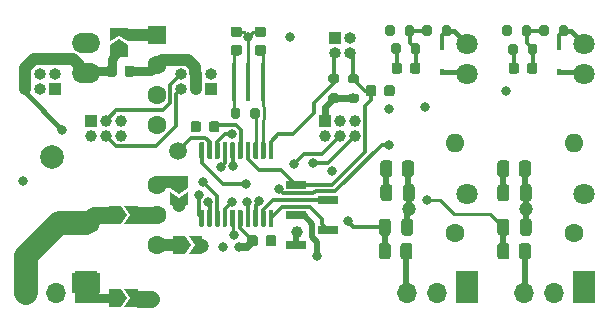
<source format=gbr>
%TF.GenerationSoftware,KiCad,Pcbnew,(5.1.10)-1*%
%TF.CreationDate,2022-01-17T02:07:02+07:00*%
%TF.ProjectId,Power_manager_v3,506f7765-725f-46d6-916e-616765725f76,rev?*%
%TF.SameCoordinates,Original*%
%TF.FileFunction,Copper,L1,Top*%
%TF.FilePolarity,Positive*%
%FSLAX46Y46*%
G04 Gerber Fmt 4.6, Leading zero omitted, Abs format (unit mm)*
G04 Created by KiCad (PCBNEW (5.1.10)-1) date 2022-01-17 02:07:02*
%MOMM*%
%LPD*%
G01*
G04 APERTURE LIST*
%TA.AperFunction,SMDPad,CuDef*%
%ADD10R,1.800000X0.650000*%
%TD*%
%TA.AperFunction,ComponentPad*%
%ADD11C,1.000000*%
%TD*%
%TA.AperFunction,ComponentPad*%
%ADD12R,1.000000X1.000000*%
%TD*%
%TA.AperFunction,ComponentPad*%
%ADD13C,1.600000*%
%TD*%
%TA.AperFunction,ComponentPad*%
%ADD14R,1.600000X1.600000*%
%TD*%
%TA.AperFunction,ComponentPad*%
%ADD15R,2.400000X1.700000*%
%TD*%
%TA.AperFunction,ComponentPad*%
%ADD16O,2.400000X1.700000*%
%TD*%
%TA.AperFunction,ComponentPad*%
%ADD17O,1.700000X1.700000*%
%TD*%
%TA.AperFunction,ComponentPad*%
%ADD18R,1.900000X2.700000*%
%TD*%
%TA.AperFunction,ComponentPad*%
%ADD19O,1.000000X1.000000*%
%TD*%
%TA.AperFunction,ComponentPad*%
%ADD20C,1.500000*%
%TD*%
%TA.AperFunction,ComponentPad*%
%ADD21O,1.600000X1.600000*%
%TD*%
%TA.AperFunction,SMDPad,CuDef*%
%ADD22R,0.400000X3.200000*%
%TD*%
%TA.AperFunction,ComponentPad*%
%ADD23C,2.000000*%
%TD*%
%TA.AperFunction,SMDPad,CuDef*%
%ADD24C,0.020000*%
%TD*%
%TA.AperFunction,ComponentPad*%
%ADD25C,1.800000*%
%TD*%
%TA.AperFunction,ComponentPad*%
%ADD26R,1.800000X1.800000*%
%TD*%
%TA.AperFunction,SMDPad,CuDef*%
%ADD27R,0.450000X0.600000*%
%TD*%
%TA.AperFunction,ViaPad*%
%ADD28C,0.800000*%
%TD*%
%TA.AperFunction,ViaPad*%
%ADD29C,1.200000*%
%TD*%
%TA.AperFunction,ViaPad*%
%ADD30C,1.000000*%
%TD*%
%TA.AperFunction,Conductor*%
%ADD31C,0.800000*%
%TD*%
%TA.AperFunction,Conductor*%
%ADD32C,1.000000*%
%TD*%
%TA.AperFunction,Conductor*%
%ADD33C,0.300000*%
%TD*%
%TA.AperFunction,Conductor*%
%ADD34C,0.500000*%
%TD*%
%TA.AperFunction,Conductor*%
%ADD35C,1.400000*%
%TD*%
%TA.AperFunction,Conductor*%
%ADD36C,0.250000*%
%TD*%
%TA.AperFunction,Conductor*%
%ADD37C,0.400000*%
%TD*%
%TA.AperFunction,Conductor*%
%ADD38C,0.600000*%
%TD*%
%TA.AperFunction,Conductor*%
%ADD39C,0.700000*%
%TD*%
%TA.AperFunction,Conductor*%
%ADD40C,2.000000*%
%TD*%
G04 APERTURE END LIST*
D10*
%TO.P,J5,5*%
%TO.N,/nRst*%
X99238000Y-89078000D03*
%TO.P,J5,3*%
%TO.N,GNDPWR*%
X99238000Y-91618000D03*
%TO.P,J5,1*%
%TO.N,+3.3VP*%
X99238000Y-94158000D03*
%TO.P,J5,4*%
%TO.N,/SWDIO*%
X101938000Y-90348000D03*
%TO.P,J5,2*%
%TO.N,/SWCLK*%
X101938000Y-92888000D03*
%TD*%
D11*
%TO.P,U7,B6*%
%TO.N,/Int*%
X104191000Y-84887000D03*
%TO.P,U7,B5*%
%TO.N,/+5V_valid*%
X104191000Y-83617000D03*
%TO.P,U7,B4*%
%TO.N,/I2C_SCL*%
X102921000Y-84887000D03*
%TO.P,U7,B3*%
%TO.N,/I2C_SDA*%
X102921000Y-83617000D03*
%TO.P,U7,B2*%
%TO.N,GNDPWR*%
X101651000Y-84887000D03*
D12*
%TO.P,U7,B1*%
%TO.N,+3.3VP*%
X101651000Y-83617000D03*
D11*
%TO.P,U7,A6*%
%TO.N,GND1*%
X84379000Y-84887000D03*
%TO.P,U7,A5*%
%TO.N,+5P*%
X84379000Y-83617000D03*
%TO.P,U7,A4*%
%TO.N,/scl0*%
X83109000Y-84887000D03*
%TO.P,U7,A3*%
%TO.N,/sda0*%
X83109000Y-83617000D03*
%TO.P,U7,A2*%
%TO.N,/I2C_Int*%
X81839000Y-84887000D03*
D12*
%TO.P,U7,A1*%
%TO.N,/+5V_state*%
X81839000Y-83617000D03*
%TD*%
D13*
%TO.P,U4,7*%
%TO.N,Net-(JP6-Pad1)*%
X87427000Y-94158000D03*
%TO.P,U4,6*%
%TO.N,GNDPWR*%
X87427000Y-91618000D03*
%TO.P,U4,5*%
%TO.N,Net-(JP5-Pad1)*%
X87436500Y-89078000D03*
%TO.P,U4,4*%
%TO.N,/+5V_state*%
X87427000Y-83998000D03*
%TO.P,U4,3*%
%TO.N,+5P*%
X87427000Y-81458000D03*
%TO.P,U4,2*%
%TO.N,GND1*%
X87427000Y-78918000D03*
D14*
%TO.P,U4,1*%
%TO.N,Net-(C6-Pad2)*%
X87427000Y-76378000D03*
%TD*%
D15*
%TO.P,U1,1*%
%TO.N,Net-(J1-Pad1)*%
X81458000Y-97333000D03*
D16*
%TO.P,U1,2*%
%TO.N,Net-(J1-Pad3)*%
X81458000Y-92253000D03*
%TO.P,U1,3*%
%TO.N,+5V*%
X81458000Y-79553000D03*
%TO.P,U1,4*%
%TO.N,GND1*%
X81458000Y-77013000D03*
%TD*%
D17*
%TO.P,J4,3*%
%TO.N,/Load2N*%
X118542000Y-98222000D03*
%TO.P,J4,2*%
%TO.N,N/C*%
X121082000Y-98222000D03*
D18*
%TO.P,J4,1*%
%TO.N,Net-(J4-Pad1)*%
X123622000Y-97714000D03*
%TD*%
D17*
%TO.P,J3,3*%
%TO.N,/Load1N*%
X108636000Y-98222000D03*
%TO.P,J3,2*%
%TO.N,N/C*%
X111176000Y-98222000D03*
D18*
%TO.P,J3,1*%
%TO.N,Net-(J3-Pad1)*%
X113716000Y-97714000D03*
%TD*%
D17*
%TO.P,J1,3*%
%TO.N,Net-(J1-Pad3)*%
X76378000Y-98222000D03*
%TO.P,J1,2*%
%TO.N,N/C*%
X78918000Y-98222000D03*
D18*
%TO.P,J1,1*%
%TO.N,Net-(J1-Pad1)*%
X81458000Y-97714000D03*
%TD*%
D19*
%TO.P,JP4,4*%
%TO.N,/nRst*%
X103810000Y-77902000D03*
%TO.P,JP4,3*%
%TO.N,GNDPWR*%
X103810000Y-76632000D03*
%TO.P,JP4,2*%
%TO.N,Net-(JP4-Pad2)*%
X102540000Y-77902000D03*
D12*
%TO.P,JP4,1*%
%TO.N,GNDPWR*%
X102540000Y-76632000D03*
%TD*%
D19*
%TO.P,J6,6*%
%TO.N,/sda0*%
X89459000Y-79680000D03*
%TO.P,J6,5*%
%TO.N,/scl0*%
X89459000Y-80950000D03*
%TO.P,J6,4*%
%TO.N,GND1*%
X90729000Y-79680000D03*
%TO.P,J6,3*%
X90729000Y-80950000D03*
%TO.P,J6,2*%
%TO.N,/I2C_Int*%
X91999000Y-79680000D03*
D12*
%TO.P,J6,1*%
%TO.N,/+5V_state*%
X91999000Y-80950000D03*
%TD*%
%TO.P,C17,2*%
%TO.N,Net-(C17-Pad2)*%
%TA.AperFunction,SMDPad,CuDef*%
G36*
G01*
X91829000Y-84375000D02*
X91829000Y-83875000D01*
G75*
G02*
X92054000Y-83650000I225000J0D01*
G01*
X92504000Y-83650000D01*
G75*
G02*
X92729000Y-83875000I0J-225000D01*
G01*
X92729000Y-84375000D01*
G75*
G02*
X92504000Y-84600000I-225000J0D01*
G01*
X92054000Y-84600000D01*
G75*
G02*
X91829000Y-84375000I0J225000D01*
G01*
G37*
%TD.AperFunction*%
%TO.P,C17,1*%
%TO.N,GNDPWR*%
%TA.AperFunction,SMDPad,CuDef*%
G36*
G01*
X90279000Y-84375000D02*
X90279000Y-83875000D01*
G75*
G02*
X90504000Y-83650000I225000J0D01*
G01*
X90954000Y-83650000D01*
G75*
G02*
X91179000Y-83875000I0J-225000D01*
G01*
X91179000Y-84375000D01*
G75*
G02*
X90954000Y-84600000I-225000J0D01*
G01*
X90504000Y-84600000D01*
G75*
G02*
X90279000Y-84375000I0J225000D01*
G01*
G37*
%TD.AperFunction*%
%TD*%
D20*
%TO.P,KP1,1*%
%TO.N,Net-(KP1-Pad1)*%
X89205000Y-86157000D03*
%TD*%
D21*
%TO.P,F1,2*%
%TO.N,Net-(F1-Pad2)*%
X112700000Y-85522000D03*
D13*
%TO.P,F1,1*%
%TO.N,AC*%
X112700000Y-93142000D03*
%TD*%
%TO.P,R25,2*%
%TO.N,/nRst*%
%TA.AperFunction,SMDPad,CuDef*%
G36*
G01*
X104339000Y-80462000D02*
X103789000Y-80462000D01*
G75*
G02*
X103589000Y-80262000I0J200000D01*
G01*
X103589000Y-79862000D01*
G75*
G02*
X103789000Y-79662000I200000J0D01*
G01*
X104339000Y-79662000D01*
G75*
G02*
X104539000Y-79862000I0J-200000D01*
G01*
X104539000Y-80262000D01*
G75*
G02*
X104339000Y-80462000I-200000J0D01*
G01*
G37*
%TD.AperFunction*%
%TO.P,R25,1*%
%TO.N,+3.3VP*%
%TA.AperFunction,SMDPad,CuDef*%
G36*
G01*
X104339000Y-82112000D02*
X103789000Y-82112000D01*
G75*
G02*
X103589000Y-81912000I0J200000D01*
G01*
X103589000Y-81512000D01*
G75*
G02*
X103789000Y-81312000I200000J0D01*
G01*
X104339000Y-81312000D01*
G75*
G02*
X104539000Y-81512000I0J-200000D01*
G01*
X104539000Y-81912000D01*
G75*
G02*
X104339000Y-82112000I-200000J0D01*
G01*
G37*
%TD.AperFunction*%
%TD*%
%TO.P,R23,2*%
%TO.N,+3.3VP*%
%TA.AperFunction,SMDPad,CuDef*%
G36*
G01*
X102138000Y-81311000D02*
X102688000Y-81311000D01*
G75*
G02*
X102888000Y-81511000I0J-200000D01*
G01*
X102888000Y-81911000D01*
G75*
G02*
X102688000Y-82111000I-200000J0D01*
G01*
X102138000Y-82111000D01*
G75*
G02*
X101938000Y-81911000I0J200000D01*
G01*
X101938000Y-81511000D01*
G75*
G02*
X102138000Y-81311000I200000J0D01*
G01*
G37*
%TD.AperFunction*%
%TO.P,R23,1*%
%TO.N,Net-(JP4-Pad2)*%
%TA.AperFunction,SMDPad,CuDef*%
G36*
G01*
X102138000Y-79661000D02*
X102688000Y-79661000D01*
G75*
G02*
X102888000Y-79861000I0J-200000D01*
G01*
X102888000Y-80261000D01*
G75*
G02*
X102688000Y-80461000I-200000J0D01*
G01*
X102138000Y-80461000D01*
G75*
G02*
X101938000Y-80261000I0J200000D01*
G01*
X101938000Y-79861000D01*
G75*
G02*
X102138000Y-79661000I200000J0D01*
G01*
G37*
%TD.AperFunction*%
%TD*%
%TO.P,C15,2*%
%TO.N,GNDPWR*%
%TA.AperFunction,SMDPad,CuDef*%
G36*
G01*
X96642000Y-94027000D02*
X96642000Y-93527000D01*
G75*
G02*
X96867000Y-93302000I225000J0D01*
G01*
X97317000Y-93302000D01*
G75*
G02*
X97542000Y-93527000I0J-225000D01*
G01*
X97542000Y-94027000D01*
G75*
G02*
X97317000Y-94252000I-225000J0D01*
G01*
X96867000Y-94252000D01*
G75*
G02*
X96642000Y-94027000I0J225000D01*
G01*
G37*
%TD.AperFunction*%
%TO.P,C15,1*%
%TO.N,+3.3VP*%
%TA.AperFunction,SMDPad,CuDef*%
G36*
G01*
X95092000Y-94027000D02*
X95092000Y-93527000D01*
G75*
G02*
X95317000Y-93302000I225000J0D01*
G01*
X95767000Y-93302000D01*
G75*
G02*
X95992000Y-93527000I0J-225000D01*
G01*
X95992000Y-94027000D01*
G75*
G02*
X95767000Y-94252000I-225000J0D01*
G01*
X95317000Y-94252000D01*
G75*
G02*
X95092000Y-94027000I0J225000D01*
G01*
G37*
%TD.AperFunction*%
%TD*%
%TO.P,C7,2*%
%TO.N,GNDPWR*%
%TA.AperFunction,SMDPad,CuDef*%
G36*
G01*
X106662000Y-81327000D02*
X106662000Y-80827000D01*
G75*
G02*
X106887000Y-80602000I225000J0D01*
G01*
X107337000Y-80602000D01*
G75*
G02*
X107562000Y-80827000I0J-225000D01*
G01*
X107562000Y-81327000D01*
G75*
G02*
X107337000Y-81552000I-225000J0D01*
G01*
X106887000Y-81552000D01*
G75*
G02*
X106662000Y-81327000I0J225000D01*
G01*
G37*
%TD.AperFunction*%
%TO.P,C7,1*%
%TO.N,/nRst*%
%TA.AperFunction,SMDPad,CuDef*%
G36*
G01*
X105112000Y-81327000D02*
X105112000Y-80827000D01*
G75*
G02*
X105337000Y-80602000I225000J0D01*
G01*
X105787000Y-80602000D01*
G75*
G02*
X106012000Y-80827000I0J-225000D01*
G01*
X106012000Y-81327000D01*
G75*
G02*
X105787000Y-81552000I-225000J0D01*
G01*
X105337000Y-81552000D01*
G75*
G02*
X105112000Y-81327000I0J225000D01*
G01*
G37*
%TD.AperFunction*%
%TD*%
D22*
%TO.P,Y1,3*%
%TO.N,Net-(C5-Pad1)*%
X93974000Y-80315000D03*
%TO.P,Y1,2*%
%TO.N,GNDPWR*%
X95174000Y-80315000D03*
%TO.P,Y1,1*%
%TO.N,Net-(C4-Pad1)*%
X96374000Y-80315000D03*
%TD*%
%TO.P,U5,20*%
%TO.N,/SWCLK*%
%TA.AperFunction,SMDPad,CuDef*%
G36*
G01*
X96987000Y-91134500D02*
X97187000Y-91134500D01*
G75*
G02*
X97287000Y-91234500I0J-100000D01*
G01*
X97287000Y-92509500D01*
G75*
G02*
X97187000Y-92609500I-100000J0D01*
G01*
X96987000Y-92609500D01*
G75*
G02*
X96887000Y-92509500I0J100000D01*
G01*
X96887000Y-91234500D01*
G75*
G02*
X96987000Y-91134500I100000J0D01*
G01*
G37*
%TD.AperFunction*%
%TO.P,U5,19*%
%TO.N,/SWDIO*%
%TA.AperFunction,SMDPad,CuDef*%
G36*
G01*
X96337000Y-91134500D02*
X96537000Y-91134500D01*
G75*
G02*
X96637000Y-91234500I0J-100000D01*
G01*
X96637000Y-92509500D01*
G75*
G02*
X96537000Y-92609500I-100000J0D01*
G01*
X96337000Y-92609500D01*
G75*
G02*
X96237000Y-92509500I0J100000D01*
G01*
X96237000Y-91234500D01*
G75*
G02*
X96337000Y-91134500I100000J0D01*
G01*
G37*
%TD.AperFunction*%
%TO.P,U5,18*%
%TO.N,/I2C_SDA*%
%TA.AperFunction,SMDPad,CuDef*%
G36*
G01*
X95687000Y-91134500D02*
X95887000Y-91134500D01*
G75*
G02*
X95987000Y-91234500I0J-100000D01*
G01*
X95987000Y-92509500D01*
G75*
G02*
X95887000Y-92609500I-100000J0D01*
G01*
X95687000Y-92609500D01*
G75*
G02*
X95587000Y-92509500I0J100000D01*
G01*
X95587000Y-91234500D01*
G75*
G02*
X95687000Y-91134500I100000J0D01*
G01*
G37*
%TD.AperFunction*%
%TO.P,U5,17*%
%TO.N,/I2C_SCL*%
%TA.AperFunction,SMDPad,CuDef*%
G36*
G01*
X95037000Y-91134500D02*
X95237000Y-91134500D01*
G75*
G02*
X95337000Y-91234500I0J-100000D01*
G01*
X95337000Y-92509500D01*
G75*
G02*
X95237000Y-92609500I-100000J0D01*
G01*
X95037000Y-92609500D01*
G75*
G02*
X94937000Y-92509500I0J100000D01*
G01*
X94937000Y-91234500D01*
G75*
G02*
X95037000Y-91134500I100000J0D01*
G01*
G37*
%TD.AperFunction*%
%TO.P,U5,16*%
%TO.N,+3.3VP*%
%TA.AperFunction,SMDPad,CuDef*%
G36*
G01*
X94387000Y-91134500D02*
X94587000Y-91134500D01*
G75*
G02*
X94687000Y-91234500I0J-100000D01*
G01*
X94687000Y-92509500D01*
G75*
G02*
X94587000Y-92609500I-100000J0D01*
G01*
X94387000Y-92609500D01*
G75*
G02*
X94287000Y-92509500I0J100000D01*
G01*
X94287000Y-91234500D01*
G75*
G02*
X94387000Y-91134500I100000J0D01*
G01*
G37*
%TD.AperFunction*%
%TO.P,U5,15*%
%TO.N,GNDPWR*%
%TA.AperFunction,SMDPad,CuDef*%
G36*
G01*
X93737000Y-91134500D02*
X93937000Y-91134500D01*
G75*
G02*
X94037000Y-91234500I0J-100000D01*
G01*
X94037000Y-92509500D01*
G75*
G02*
X93937000Y-92609500I-100000J0D01*
G01*
X93737000Y-92609500D01*
G75*
G02*
X93637000Y-92509500I0J100000D01*
G01*
X93637000Y-91234500D01*
G75*
G02*
X93737000Y-91134500I100000J0D01*
G01*
G37*
%TD.AperFunction*%
%TO.P,U5,14*%
%TO.N,/+5V_valid*%
%TA.AperFunction,SMDPad,CuDef*%
G36*
G01*
X93087000Y-91134500D02*
X93287000Y-91134500D01*
G75*
G02*
X93387000Y-91234500I0J-100000D01*
G01*
X93387000Y-92509500D01*
G75*
G02*
X93287000Y-92609500I-100000J0D01*
G01*
X93087000Y-92609500D01*
G75*
G02*
X92987000Y-92509500I0J100000D01*
G01*
X92987000Y-91234500D01*
G75*
G02*
X93087000Y-91134500I100000J0D01*
G01*
G37*
%TD.AperFunction*%
%TO.P,U5,13*%
%TO.N,/SPI_MOSI*%
%TA.AperFunction,SMDPad,CuDef*%
G36*
G01*
X92437000Y-91134500D02*
X92637000Y-91134500D01*
G75*
G02*
X92737000Y-91234500I0J-100000D01*
G01*
X92737000Y-92509500D01*
G75*
G02*
X92637000Y-92609500I-100000J0D01*
G01*
X92437000Y-92609500D01*
G75*
G02*
X92337000Y-92509500I0J100000D01*
G01*
X92337000Y-91234500D01*
G75*
G02*
X92437000Y-91134500I100000J0D01*
G01*
G37*
%TD.AperFunction*%
%TO.P,U5,12*%
%TO.N,/SPI_MISO*%
%TA.AperFunction,SMDPad,CuDef*%
G36*
G01*
X91787000Y-91134500D02*
X91987000Y-91134500D01*
G75*
G02*
X92087000Y-91234500I0J-100000D01*
G01*
X92087000Y-92509500D01*
G75*
G02*
X91987000Y-92609500I-100000J0D01*
G01*
X91787000Y-92609500D01*
G75*
G02*
X91687000Y-92509500I0J100000D01*
G01*
X91687000Y-91234500D01*
G75*
G02*
X91787000Y-91134500I100000J0D01*
G01*
G37*
%TD.AperFunction*%
%TO.P,U5,11*%
%TO.N,/SPI_SCLK*%
%TA.AperFunction,SMDPad,CuDef*%
G36*
G01*
X91137000Y-91134500D02*
X91337000Y-91134500D01*
G75*
G02*
X91437000Y-91234500I0J-100000D01*
G01*
X91437000Y-92509500D01*
G75*
G02*
X91337000Y-92609500I-100000J0D01*
G01*
X91137000Y-92609500D01*
G75*
G02*
X91037000Y-92509500I0J100000D01*
G01*
X91037000Y-91234500D01*
G75*
G02*
X91137000Y-91134500I100000J0D01*
G01*
G37*
%TD.AperFunction*%
%TO.P,U5,10*%
%TO.N,/SPI_SSEL*%
%TA.AperFunction,SMDPad,CuDef*%
G36*
G01*
X91137000Y-85409500D02*
X91337000Y-85409500D01*
G75*
G02*
X91437000Y-85509500I0J-100000D01*
G01*
X91437000Y-86784500D01*
G75*
G02*
X91337000Y-86884500I-100000J0D01*
G01*
X91137000Y-86884500D01*
G75*
G02*
X91037000Y-86784500I0J100000D01*
G01*
X91037000Y-85509500D01*
G75*
G02*
X91137000Y-85409500I100000J0D01*
G01*
G37*
%TD.AperFunction*%
%TO.P,U5,9*%
%TO.N,Net-(KP1-Pad1)*%
%TA.AperFunction,SMDPad,CuDef*%
G36*
G01*
X91787000Y-85409500D02*
X91987000Y-85409500D01*
G75*
G02*
X92087000Y-85509500I0J-100000D01*
G01*
X92087000Y-86784500D01*
G75*
G02*
X91987000Y-86884500I-100000J0D01*
G01*
X91787000Y-86884500D01*
G75*
G02*
X91687000Y-86784500I0J100000D01*
G01*
X91687000Y-85509500D01*
G75*
G02*
X91787000Y-85409500I100000J0D01*
G01*
G37*
%TD.AperFunction*%
%TO.P,U5,8*%
%TO.N,/L1_o2_nEn*%
%TA.AperFunction,SMDPad,CuDef*%
G36*
G01*
X92437000Y-85409500D02*
X92637000Y-85409500D01*
G75*
G02*
X92737000Y-85509500I0J-100000D01*
G01*
X92737000Y-86784500D01*
G75*
G02*
X92637000Y-86884500I-100000J0D01*
G01*
X92437000Y-86884500D01*
G75*
G02*
X92337000Y-86784500I0J100000D01*
G01*
X92337000Y-85509500D01*
G75*
G02*
X92437000Y-85409500I100000J0D01*
G01*
G37*
%TD.AperFunction*%
%TO.P,U5,7*%
%TO.N,/L1_o1_nEn*%
%TA.AperFunction,SMDPad,CuDef*%
G36*
G01*
X93087000Y-85409500D02*
X93287000Y-85409500D01*
G75*
G02*
X93387000Y-85509500I0J-100000D01*
G01*
X93387000Y-86784500D01*
G75*
G02*
X93287000Y-86884500I-100000J0D01*
G01*
X93087000Y-86884500D01*
G75*
G02*
X92987000Y-86784500I0J100000D01*
G01*
X92987000Y-85509500D01*
G75*
G02*
X93087000Y-85409500I100000J0D01*
G01*
G37*
%TD.AperFunction*%
%TO.P,U5,6*%
%TO.N,/Int*%
%TA.AperFunction,SMDPad,CuDef*%
G36*
G01*
X93737000Y-85409500D02*
X93937000Y-85409500D01*
G75*
G02*
X94037000Y-85509500I0J-100000D01*
G01*
X94037000Y-86784500D01*
G75*
G02*
X93937000Y-86884500I-100000J0D01*
G01*
X93737000Y-86884500D01*
G75*
G02*
X93637000Y-86784500I0J100000D01*
G01*
X93637000Y-85509500D01*
G75*
G02*
X93737000Y-85409500I100000J0D01*
G01*
G37*
%TD.AperFunction*%
%TO.P,U5,5*%
%TO.N,Net-(C17-Pad2)*%
%TA.AperFunction,SMDPad,CuDef*%
G36*
G01*
X94387000Y-85409500D02*
X94587000Y-85409500D01*
G75*
G02*
X94687000Y-85509500I0J-100000D01*
G01*
X94687000Y-86784500D01*
G75*
G02*
X94587000Y-86884500I-100000J0D01*
G01*
X94387000Y-86884500D01*
G75*
G02*
X94287000Y-86784500I0J100000D01*
G01*
X94287000Y-85509500D01*
G75*
G02*
X94387000Y-85409500I100000J0D01*
G01*
G37*
%TD.AperFunction*%
%TO.P,U5,4*%
%TO.N,/nRst*%
%TA.AperFunction,SMDPad,CuDef*%
G36*
G01*
X95037000Y-85409500D02*
X95237000Y-85409500D01*
G75*
G02*
X95337000Y-85509500I0J-100000D01*
G01*
X95337000Y-86784500D01*
G75*
G02*
X95237000Y-86884500I-100000J0D01*
G01*
X95037000Y-86884500D01*
G75*
G02*
X94937000Y-86784500I0J100000D01*
G01*
X94937000Y-85509500D01*
G75*
G02*
X95037000Y-85409500I100000J0D01*
G01*
G37*
%TD.AperFunction*%
%TO.P,U5,3*%
%TO.N,Net-(R24-Pad2)*%
%TA.AperFunction,SMDPad,CuDef*%
G36*
G01*
X95687000Y-85409500D02*
X95887000Y-85409500D01*
G75*
G02*
X95987000Y-85509500I0J-100000D01*
G01*
X95987000Y-86784500D01*
G75*
G02*
X95887000Y-86884500I-100000J0D01*
G01*
X95687000Y-86884500D01*
G75*
G02*
X95587000Y-86784500I0J100000D01*
G01*
X95587000Y-85509500D01*
G75*
G02*
X95687000Y-85409500I100000J0D01*
G01*
G37*
%TD.AperFunction*%
%TO.P,U5,2*%
%TO.N,Net-(C4-Pad1)*%
%TA.AperFunction,SMDPad,CuDef*%
G36*
G01*
X96337000Y-85409500D02*
X96537000Y-85409500D01*
G75*
G02*
X96637000Y-85509500I0J-100000D01*
G01*
X96637000Y-86784500D01*
G75*
G02*
X96537000Y-86884500I-100000J0D01*
G01*
X96337000Y-86884500D01*
G75*
G02*
X96237000Y-86784500I0J100000D01*
G01*
X96237000Y-85509500D01*
G75*
G02*
X96337000Y-85409500I100000J0D01*
G01*
G37*
%TD.AperFunction*%
%TO.P,U5,1*%
%TO.N,Net-(JP4-Pad2)*%
%TA.AperFunction,SMDPad,CuDef*%
G36*
G01*
X96987000Y-85409500D02*
X97187000Y-85409500D01*
G75*
G02*
X97287000Y-85509500I0J-100000D01*
G01*
X97287000Y-86784500D01*
G75*
G02*
X97187000Y-86884500I-100000J0D01*
G01*
X96987000Y-86884500D01*
G75*
G02*
X96887000Y-86784500I0J100000D01*
G01*
X96887000Y-85509500D01*
G75*
G02*
X96987000Y-85409500I100000J0D01*
G01*
G37*
%TD.AperFunction*%
%TD*%
%TO.P,R24,2*%
%TO.N,Net-(R24-Pad2)*%
%TA.AperFunction,SMDPad,CuDef*%
G36*
G01*
X95345000Y-83257000D02*
X95345000Y-82707000D01*
G75*
G02*
X95545000Y-82507000I200000J0D01*
G01*
X95945000Y-82507000D01*
G75*
G02*
X96145000Y-82707000I0J-200000D01*
G01*
X96145000Y-83257000D01*
G75*
G02*
X95945000Y-83457000I-200000J0D01*
G01*
X95545000Y-83457000D01*
G75*
G02*
X95345000Y-83257000I0J200000D01*
G01*
G37*
%TD.AperFunction*%
%TO.P,R24,1*%
%TO.N,Net-(C5-Pad1)*%
%TA.AperFunction,SMDPad,CuDef*%
G36*
G01*
X93695000Y-83257000D02*
X93695000Y-82707000D01*
G75*
G02*
X93895000Y-82507000I200000J0D01*
G01*
X94295000Y-82507000D01*
G75*
G02*
X94495000Y-82707000I0J-200000D01*
G01*
X94495000Y-83257000D01*
G75*
G02*
X94295000Y-83457000I-200000J0D01*
G01*
X93895000Y-83457000D01*
G75*
G02*
X93695000Y-83257000I0J200000D01*
G01*
G37*
%TD.AperFunction*%
%TD*%
%TO.P,C5,2*%
%TO.N,GNDPWR*%
%TA.AperFunction,SMDPad,CuDef*%
G36*
G01*
X94408000Y-76548000D02*
X93908000Y-76548000D01*
G75*
G02*
X93683000Y-76323000I0J225000D01*
G01*
X93683000Y-75873000D01*
G75*
G02*
X93908000Y-75648000I225000J0D01*
G01*
X94408000Y-75648000D01*
G75*
G02*
X94633000Y-75873000I0J-225000D01*
G01*
X94633000Y-76323000D01*
G75*
G02*
X94408000Y-76548000I-225000J0D01*
G01*
G37*
%TD.AperFunction*%
%TO.P,C5,1*%
%TO.N,Net-(C5-Pad1)*%
%TA.AperFunction,SMDPad,CuDef*%
G36*
G01*
X94408000Y-78098000D02*
X93908000Y-78098000D01*
G75*
G02*
X93683000Y-77873000I0J225000D01*
G01*
X93683000Y-77423000D01*
G75*
G02*
X93908000Y-77198000I225000J0D01*
G01*
X94408000Y-77198000D01*
G75*
G02*
X94633000Y-77423000I0J-225000D01*
G01*
X94633000Y-77873000D01*
G75*
G02*
X94408000Y-78098000I-225000J0D01*
G01*
G37*
%TD.AperFunction*%
%TD*%
%TO.P,C4,2*%
%TO.N,GNDPWR*%
%TA.AperFunction,SMDPad,CuDef*%
G36*
G01*
X96440000Y-76548000D02*
X95940000Y-76548000D01*
G75*
G02*
X95715000Y-76323000I0J225000D01*
G01*
X95715000Y-75873000D01*
G75*
G02*
X95940000Y-75648000I225000J0D01*
G01*
X96440000Y-75648000D01*
G75*
G02*
X96665000Y-75873000I0J-225000D01*
G01*
X96665000Y-76323000D01*
G75*
G02*
X96440000Y-76548000I-225000J0D01*
G01*
G37*
%TD.AperFunction*%
%TO.P,C4,1*%
%TO.N,Net-(C4-Pad1)*%
%TA.AperFunction,SMDPad,CuDef*%
G36*
G01*
X96440000Y-78098000D02*
X95940000Y-78098000D01*
G75*
G02*
X95715000Y-77873000I0J225000D01*
G01*
X95715000Y-77423000D01*
G75*
G02*
X95940000Y-77198000I225000J0D01*
G01*
X96440000Y-77198000D01*
G75*
G02*
X96665000Y-77423000I0J-225000D01*
G01*
X96665000Y-77873000D01*
G75*
G02*
X96440000Y-78098000I-225000J0D01*
G01*
G37*
%TD.AperFunction*%
%TD*%
D23*
%TO.P,GND1,1*%
%TO.N,GND1*%
X78537000Y-86665000D03*
%TD*%
%TA.AperFunction,SMDPad,CuDef*%
D24*
%TO.P,JP6,1*%
%TO.N,Net-(JP6-Pad1)*%
G36*
X90332000Y-94158000D02*
G01*
X89832000Y-94908000D01*
X88832000Y-94908000D01*
X88832000Y-93408000D01*
X89832000Y-93408000D01*
X90332000Y-94158000D01*
G37*
%TD.AperFunction*%
%TA.AperFunction,SMDPad,CuDef*%
%TO.P,JP6,2*%
%TO.N,+3.3VP*%
G36*
X91282000Y-94908000D02*
G01*
X90132000Y-94908000D01*
X90632000Y-94158000D01*
X90132000Y-93408000D01*
X91282000Y-93408000D01*
X91282000Y-94908000D01*
G37*
%TD.AperFunction*%
%TD*%
%TA.AperFunction,SMDPad,CuDef*%
%TO.P,JP5,1*%
%TO.N,Net-(JP5-Pad1)*%
G36*
X89332000Y-89824000D02*
G01*
X88582000Y-89324000D01*
X88582000Y-88324000D01*
X90082000Y-88324000D01*
X90082000Y-89324000D01*
X89332000Y-89824000D01*
G37*
%TD.AperFunction*%
%TA.AperFunction,SMDPad,CuDef*%
%TO.P,JP5,2*%
%TO.N,+5VP*%
G36*
X88582000Y-90774000D02*
G01*
X88582000Y-89624000D01*
X89332000Y-90124000D01*
X90082000Y-89624000D01*
X90082000Y-90774000D01*
X88582000Y-90774000D01*
G37*
%TD.AperFunction*%
%TD*%
%TA.AperFunction,SMDPad,CuDef*%
%TO.P,JP3,1*%
%TO.N,+5V*%
G36*
X84252000Y-76701000D02*
G01*
X85002000Y-77201000D01*
X85002000Y-78201000D01*
X83502000Y-78201000D01*
X83502000Y-77201000D01*
X84252000Y-76701000D01*
G37*
%TD.AperFunction*%
%TA.AperFunction,SMDPad,CuDef*%
%TO.P,JP3,2*%
%TO.N,Net-(C6-Pad2)*%
G36*
X85002000Y-75751000D02*
G01*
X85002000Y-76901000D01*
X84252000Y-76401000D01*
X83502000Y-76901000D01*
X83502000Y-75751000D01*
X85002000Y-75751000D01*
G37*
%TD.AperFunction*%
%TD*%
%TA.AperFunction,SMDPad,CuDef*%
%TO.P,JP2,1*%
%TO.N,Net-(J1-Pad3)*%
G36*
X84871000Y-91618000D02*
G01*
X84371000Y-92368000D01*
X83371000Y-92368000D01*
X83371000Y-90868000D01*
X84371000Y-90868000D01*
X84871000Y-91618000D01*
G37*
%TD.AperFunction*%
%TA.AperFunction,SMDPad,CuDef*%
%TO.P,JP2,2*%
%TO.N,GNDPWR*%
G36*
X85821000Y-92368000D02*
G01*
X84671000Y-92368000D01*
X85171000Y-91618000D01*
X84671000Y-90868000D01*
X85821000Y-90868000D01*
X85821000Y-92368000D01*
G37*
%TD.AperFunction*%
%TD*%
D25*
%TO.P,U2,4*%
%TO.N,Net-(D3-Pad2)*%
X113716000Y-77140000D03*
%TO.P,U2,3*%
%TO.N,+5VP*%
X113716000Y-79680000D03*
%TO.P,U2,2*%
%TO.N,Net-(F1-Pad2)*%
X113716000Y-89840000D03*
D26*
%TO.P,U2,1*%
%TO.N,Net-(J3-Pad1)*%
X113716000Y-97460000D03*
%TD*%
%TO.P,R21,2*%
%TO.N,Net-(C12-Pad1)*%
%TA.AperFunction,SMDPad,CuDef*%
G36*
G01*
X117276500Y-87230999D02*
X117276500Y-88131001D01*
G75*
G02*
X117026501Y-88381000I-249999J0D01*
G01*
X116501499Y-88381000D01*
G75*
G02*
X116251500Y-88131001I0J249999D01*
G01*
X116251500Y-87230999D01*
G75*
G02*
X116501499Y-86981000I249999J0D01*
G01*
X117026501Y-86981000D01*
G75*
G02*
X117276500Y-87230999I0J-249999D01*
G01*
G37*
%TD.AperFunction*%
%TO.P,R21,1*%
%TO.N,GNDPWR*%
%TA.AperFunction,SMDPad,CuDef*%
G36*
G01*
X119101500Y-87230999D02*
X119101500Y-88131001D01*
G75*
G02*
X118851501Y-88381000I-249999J0D01*
G01*
X118326499Y-88381000D01*
G75*
G02*
X118076500Y-88131001I0J249999D01*
G01*
X118076500Y-87230999D01*
G75*
G02*
X118326499Y-86981000I249999J0D01*
G01*
X118851501Y-86981000D01*
G75*
G02*
X119101500Y-87230999I0J-249999D01*
G01*
G37*
%TD.AperFunction*%
%TD*%
%TO.P,R20,1*%
%TO.N,/Load2N*%
%TA.AperFunction,SMDPad,CuDef*%
G36*
G01*
X119101500Y-94215999D02*
X119101500Y-95116001D01*
G75*
G02*
X118851501Y-95366000I-249999J0D01*
G01*
X118326499Y-95366000D01*
G75*
G02*
X118076500Y-95116001I0J249999D01*
G01*
X118076500Y-94215999D01*
G75*
G02*
X118326499Y-93966000I249999J0D01*
G01*
X118851501Y-93966000D01*
G75*
G02*
X119101500Y-94215999I0J-249999D01*
G01*
G37*
%TD.AperFunction*%
%TO.P,R20,2*%
%TO.N,Net-(C11-Pad2)*%
%TA.AperFunction,SMDPad,CuDef*%
G36*
G01*
X117276500Y-94215999D02*
X117276500Y-95116001D01*
G75*
G02*
X117026501Y-95366000I-249999J0D01*
G01*
X116501499Y-95366000D01*
G75*
G02*
X116251500Y-95116001I0J249999D01*
G01*
X116251500Y-94215999D01*
G75*
G02*
X116501499Y-93966000I249999J0D01*
G01*
X117026501Y-93966000D01*
G75*
G02*
X117276500Y-94215999I0J-249999D01*
G01*
G37*
%TD.AperFunction*%
%TD*%
%TO.P,R19,2*%
%TO.N,Net-(C10-Pad1)*%
%TA.AperFunction,SMDPad,CuDef*%
G36*
G01*
X107370500Y-87230999D02*
X107370500Y-88131001D01*
G75*
G02*
X107120501Y-88381000I-249999J0D01*
G01*
X106595499Y-88381000D01*
G75*
G02*
X106345500Y-88131001I0J249999D01*
G01*
X106345500Y-87230999D01*
G75*
G02*
X106595499Y-86981000I249999J0D01*
G01*
X107120501Y-86981000D01*
G75*
G02*
X107370500Y-87230999I0J-249999D01*
G01*
G37*
%TD.AperFunction*%
%TO.P,R19,1*%
%TO.N,GNDPWR*%
%TA.AperFunction,SMDPad,CuDef*%
G36*
G01*
X109195500Y-87230999D02*
X109195500Y-88131001D01*
G75*
G02*
X108945501Y-88381000I-249999J0D01*
G01*
X108420499Y-88381000D01*
G75*
G02*
X108170500Y-88131001I0J249999D01*
G01*
X108170500Y-87230999D01*
G75*
G02*
X108420499Y-86981000I249999J0D01*
G01*
X108945501Y-86981000D01*
G75*
G02*
X109195500Y-87230999I0J-249999D01*
G01*
G37*
%TD.AperFunction*%
%TD*%
%TO.P,R18,2*%
%TO.N,Net-(C9-Pad2)*%
%TA.AperFunction,SMDPad,CuDef*%
G36*
G01*
X107243500Y-94215999D02*
X107243500Y-95116001D01*
G75*
G02*
X106993501Y-95366000I-249999J0D01*
G01*
X106468499Y-95366000D01*
G75*
G02*
X106218500Y-95116001I0J249999D01*
G01*
X106218500Y-94215999D01*
G75*
G02*
X106468499Y-93966000I249999J0D01*
G01*
X106993501Y-93966000D01*
G75*
G02*
X107243500Y-94215999I0J-249999D01*
G01*
G37*
%TD.AperFunction*%
%TO.P,R18,1*%
%TO.N,/Load1N*%
%TA.AperFunction,SMDPad,CuDef*%
G36*
G01*
X109068500Y-94215999D02*
X109068500Y-95116001D01*
G75*
G02*
X108818501Y-95366000I-249999J0D01*
G01*
X108293499Y-95366000D01*
G75*
G02*
X108043500Y-95116001I0J249999D01*
G01*
X108043500Y-94215999D01*
G75*
G02*
X108293499Y-93966000I249999J0D01*
G01*
X108818501Y-93966000D01*
G75*
G02*
X109068500Y-94215999I0J-249999D01*
G01*
G37*
%TD.AperFunction*%
%TD*%
%TO.P,C12,2*%
%TO.N,GNDPWR*%
%TA.AperFunction,SMDPad,CuDef*%
G36*
G01*
X118164000Y-90188000D02*
X118164000Y-89238000D01*
G75*
G02*
X118414000Y-88988000I250000J0D01*
G01*
X118914000Y-88988000D01*
G75*
G02*
X119164000Y-89238000I0J-250000D01*
G01*
X119164000Y-90188000D01*
G75*
G02*
X118914000Y-90438000I-250000J0D01*
G01*
X118414000Y-90438000D01*
G75*
G02*
X118164000Y-90188000I0J250000D01*
G01*
G37*
%TD.AperFunction*%
%TO.P,C12,1*%
%TO.N,Net-(C12-Pad1)*%
%TA.AperFunction,SMDPad,CuDef*%
G36*
G01*
X116264000Y-90188000D02*
X116264000Y-89238000D01*
G75*
G02*
X116514000Y-88988000I250000J0D01*
G01*
X117014000Y-88988000D01*
G75*
G02*
X117264000Y-89238000I0J-250000D01*
G01*
X117264000Y-90188000D01*
G75*
G02*
X117014000Y-90438000I-250000J0D01*
G01*
X116514000Y-90438000D01*
G75*
G02*
X116264000Y-90188000I0J250000D01*
G01*
G37*
%TD.AperFunction*%
%TD*%
%TO.P,C11,2*%
%TO.N,Net-(C11-Pad2)*%
%TA.AperFunction,SMDPad,CuDef*%
G36*
G01*
X117269000Y-92159000D02*
X117269000Y-93109000D01*
G75*
G02*
X117019000Y-93359000I-250000J0D01*
G01*
X116519000Y-93359000D01*
G75*
G02*
X116269000Y-93109000I0J250000D01*
G01*
X116269000Y-92159000D01*
G75*
G02*
X116519000Y-91909000I250000J0D01*
G01*
X117019000Y-91909000D01*
G75*
G02*
X117269000Y-92159000I0J-250000D01*
G01*
G37*
%TD.AperFunction*%
%TO.P,C11,1*%
%TO.N,GNDPWR*%
%TA.AperFunction,SMDPad,CuDef*%
G36*
G01*
X119169000Y-92159000D02*
X119169000Y-93109000D01*
G75*
G02*
X118919000Y-93359000I-250000J0D01*
G01*
X118419000Y-93359000D01*
G75*
G02*
X118169000Y-93109000I0J250000D01*
G01*
X118169000Y-92159000D01*
G75*
G02*
X118419000Y-91909000I250000J0D01*
G01*
X118919000Y-91909000D01*
G75*
G02*
X119169000Y-92159000I0J-250000D01*
G01*
G37*
%TD.AperFunction*%
%TD*%
%TO.P,C10,2*%
%TO.N,GNDPWR*%
%TA.AperFunction,SMDPad,CuDef*%
G36*
G01*
X108263000Y-90188000D02*
X108263000Y-89238000D01*
G75*
G02*
X108513000Y-88988000I250000J0D01*
G01*
X109013000Y-88988000D01*
G75*
G02*
X109263000Y-89238000I0J-250000D01*
G01*
X109263000Y-90188000D01*
G75*
G02*
X109013000Y-90438000I-250000J0D01*
G01*
X108513000Y-90438000D01*
G75*
G02*
X108263000Y-90188000I0J250000D01*
G01*
G37*
%TD.AperFunction*%
%TO.P,C10,1*%
%TO.N,Net-(C10-Pad1)*%
%TA.AperFunction,SMDPad,CuDef*%
G36*
G01*
X106363000Y-90188000D02*
X106363000Y-89238000D01*
G75*
G02*
X106613000Y-88988000I250000J0D01*
G01*
X107113000Y-88988000D01*
G75*
G02*
X107363000Y-89238000I0J-250000D01*
G01*
X107363000Y-90188000D01*
G75*
G02*
X107113000Y-90438000I-250000J0D01*
G01*
X106613000Y-90438000D01*
G75*
G02*
X106363000Y-90188000I0J250000D01*
G01*
G37*
%TD.AperFunction*%
%TD*%
%TO.P,C9,2*%
%TO.N,Net-(C9-Pad2)*%
%TA.AperFunction,SMDPad,CuDef*%
G36*
G01*
X107231000Y-92159000D02*
X107231000Y-93109000D01*
G75*
G02*
X106981000Y-93359000I-250000J0D01*
G01*
X106481000Y-93359000D01*
G75*
G02*
X106231000Y-93109000I0J250000D01*
G01*
X106231000Y-92159000D01*
G75*
G02*
X106481000Y-91909000I250000J0D01*
G01*
X106981000Y-91909000D01*
G75*
G02*
X107231000Y-92159000I0J-250000D01*
G01*
G37*
%TD.AperFunction*%
%TO.P,C9,1*%
%TO.N,GNDPWR*%
%TA.AperFunction,SMDPad,CuDef*%
G36*
G01*
X109131000Y-92159000D02*
X109131000Y-93109000D01*
G75*
G02*
X108881000Y-93359000I-250000J0D01*
G01*
X108381000Y-93359000D01*
G75*
G02*
X108131000Y-93109000I0J250000D01*
G01*
X108131000Y-92159000D01*
G75*
G02*
X108381000Y-91909000I250000J0D01*
G01*
X108881000Y-91909000D01*
G75*
G02*
X109131000Y-92159000I0J-250000D01*
G01*
G37*
%TD.AperFunction*%
%TD*%
%TO.P,R9,2*%
%TO.N,Net-(C2-Pad1)*%
%TA.AperFunction,SMDPad,CuDef*%
G36*
G01*
X117989500Y-77284100D02*
X117989500Y-77834100D01*
G75*
G02*
X117789500Y-78034100I-200000J0D01*
G01*
X117389500Y-78034100D01*
G75*
G02*
X117189500Y-77834100I0J200000D01*
G01*
X117189500Y-77284100D01*
G75*
G02*
X117389500Y-77084100I200000J0D01*
G01*
X117789500Y-77084100D01*
G75*
G02*
X117989500Y-77284100I0J-200000D01*
G01*
G37*
%TD.AperFunction*%
%TO.P,R9,1*%
%TO.N,Net-(C2-Pad2)*%
%TA.AperFunction,SMDPad,CuDef*%
G36*
G01*
X119639500Y-77284100D02*
X119639500Y-77834100D01*
G75*
G02*
X119439500Y-78034100I-200000J0D01*
G01*
X119039500Y-78034100D01*
G75*
G02*
X118839500Y-77834100I0J200000D01*
G01*
X118839500Y-77284100D01*
G75*
G02*
X119039500Y-77084100I200000J0D01*
G01*
X119439500Y-77084100D01*
G75*
G02*
X119639500Y-77284100I0J-200000D01*
G01*
G37*
%TD.AperFunction*%
%TD*%
%TO.P,R8,2*%
%TO.N,Net-(D4-Pad2)*%
%TA.AperFunction,SMDPad,CuDef*%
G36*
G01*
X121443000Y-76272000D02*
X121443000Y-75722000D01*
G75*
G02*
X121643000Y-75522000I200000J0D01*
G01*
X122043000Y-75522000D01*
G75*
G02*
X122243000Y-75722000I0J-200000D01*
G01*
X122243000Y-76272000D01*
G75*
G02*
X122043000Y-76472000I-200000J0D01*
G01*
X121643000Y-76472000D01*
G75*
G02*
X121443000Y-76272000I0J200000D01*
G01*
G37*
%TD.AperFunction*%
%TO.P,R8,1*%
%TO.N,Net-(C2-Pad2)*%
%TA.AperFunction,SMDPad,CuDef*%
G36*
G01*
X119793000Y-76272000D02*
X119793000Y-75722000D01*
G75*
G02*
X119993000Y-75522000I200000J0D01*
G01*
X120393000Y-75522000D01*
G75*
G02*
X120593000Y-75722000I0J-200000D01*
G01*
X120593000Y-76272000D01*
G75*
G02*
X120393000Y-76472000I-200000J0D01*
G01*
X119993000Y-76472000D01*
G75*
G02*
X119793000Y-76272000I0J200000D01*
G01*
G37*
%TD.AperFunction*%
%TD*%
%TO.P,R6,2*%
%TO.N,Net-(C1-Pad1)*%
%TA.AperFunction,SMDPad,CuDef*%
G36*
G01*
X108083500Y-77246000D02*
X108083500Y-77796000D01*
G75*
G02*
X107883500Y-77996000I-200000J0D01*
G01*
X107483500Y-77996000D01*
G75*
G02*
X107283500Y-77796000I0J200000D01*
G01*
X107283500Y-77246000D01*
G75*
G02*
X107483500Y-77046000I200000J0D01*
G01*
X107883500Y-77046000D01*
G75*
G02*
X108083500Y-77246000I0J-200000D01*
G01*
G37*
%TD.AperFunction*%
%TO.P,R6,1*%
%TO.N,Net-(C1-Pad2)*%
%TA.AperFunction,SMDPad,CuDef*%
G36*
G01*
X109733500Y-77246000D02*
X109733500Y-77796000D01*
G75*
G02*
X109533500Y-77996000I-200000J0D01*
G01*
X109133500Y-77996000D01*
G75*
G02*
X108933500Y-77796000I0J200000D01*
G01*
X108933500Y-77246000D01*
G75*
G02*
X109133500Y-77046000I200000J0D01*
G01*
X109533500Y-77046000D01*
G75*
G02*
X109733500Y-77246000I0J-200000D01*
G01*
G37*
%TD.AperFunction*%
%TD*%
%TO.P,R5,2*%
%TO.N,Net-(D3-Pad2)*%
%TA.AperFunction,SMDPad,CuDef*%
G36*
G01*
X111537000Y-76272000D02*
X111537000Y-75722000D01*
G75*
G02*
X111737000Y-75522000I200000J0D01*
G01*
X112137000Y-75522000D01*
G75*
G02*
X112337000Y-75722000I0J-200000D01*
G01*
X112337000Y-76272000D01*
G75*
G02*
X112137000Y-76472000I-200000J0D01*
G01*
X111737000Y-76472000D01*
G75*
G02*
X111537000Y-76272000I0J200000D01*
G01*
G37*
%TD.AperFunction*%
%TO.P,R5,1*%
%TO.N,Net-(C1-Pad2)*%
%TA.AperFunction,SMDPad,CuDef*%
G36*
G01*
X109887000Y-76272000D02*
X109887000Y-75722000D01*
G75*
G02*
X110087000Y-75522000I200000J0D01*
G01*
X110487000Y-75522000D01*
G75*
G02*
X110687000Y-75722000I0J-200000D01*
G01*
X110687000Y-76272000D01*
G75*
G02*
X110487000Y-76472000I-200000J0D01*
G01*
X110087000Y-76472000D01*
G75*
G02*
X109887000Y-76272000I0J200000D01*
G01*
G37*
%TD.AperFunction*%
%TD*%
%TO.P,R2,2*%
%TO.N,Net-(D2-Pad1)*%
%TA.AperFunction,SMDPad,CuDef*%
G36*
G01*
X117481500Y-75722000D02*
X117481500Y-76272000D01*
G75*
G02*
X117281500Y-76472000I-200000J0D01*
G01*
X116881500Y-76472000D01*
G75*
G02*
X116681500Y-76272000I0J200000D01*
G01*
X116681500Y-75722000D01*
G75*
G02*
X116881500Y-75522000I200000J0D01*
G01*
X117281500Y-75522000D01*
G75*
G02*
X117481500Y-75722000I0J-200000D01*
G01*
G37*
%TD.AperFunction*%
%TO.P,R2,1*%
%TO.N,Net-(C2-Pad2)*%
%TA.AperFunction,SMDPad,CuDef*%
G36*
G01*
X119131500Y-75722000D02*
X119131500Y-76272000D01*
G75*
G02*
X118931500Y-76472000I-200000J0D01*
G01*
X118531500Y-76472000D01*
G75*
G02*
X118331500Y-76272000I0J200000D01*
G01*
X118331500Y-75722000D01*
G75*
G02*
X118531500Y-75522000I200000J0D01*
G01*
X118931500Y-75522000D01*
G75*
G02*
X119131500Y-75722000I0J-200000D01*
G01*
G37*
%TD.AperFunction*%
%TD*%
%TO.P,R1,2*%
%TO.N,Net-(D1-Pad1)*%
%TA.AperFunction,SMDPad,CuDef*%
G36*
G01*
X107575500Y-75722000D02*
X107575500Y-76272000D01*
G75*
G02*
X107375500Y-76472000I-200000J0D01*
G01*
X106975500Y-76472000D01*
G75*
G02*
X106775500Y-76272000I0J200000D01*
G01*
X106775500Y-75722000D01*
G75*
G02*
X106975500Y-75522000I200000J0D01*
G01*
X107375500Y-75522000D01*
G75*
G02*
X107575500Y-75722000I0J-200000D01*
G01*
G37*
%TD.AperFunction*%
%TO.P,R1,1*%
%TO.N,Net-(C1-Pad2)*%
%TA.AperFunction,SMDPad,CuDef*%
G36*
G01*
X109225500Y-75722000D02*
X109225500Y-76272000D01*
G75*
G02*
X109025500Y-76472000I-200000J0D01*
G01*
X108625500Y-76472000D01*
G75*
G02*
X108425500Y-76272000I0J200000D01*
G01*
X108425500Y-75722000D01*
G75*
G02*
X108625500Y-75522000I200000J0D01*
G01*
X109025500Y-75522000D01*
G75*
G02*
X109225500Y-75722000I0J-200000D01*
G01*
G37*
%TD.AperFunction*%
%TD*%
D27*
%TO.P,D4,2*%
%TO.N,Net-(D4-Pad2)*%
X121463000Y-77394000D03*
%TO.P,D4,1*%
%TO.N,+5VP*%
X121463000Y-79494000D03*
%TD*%
%TO.P,D3,2*%
%TO.N,Net-(D3-Pad2)*%
X111557000Y-77394000D03*
%TO.P,D3,1*%
%TO.N,+5VP*%
X111557000Y-79494000D03*
%TD*%
%TO.P,C2,2*%
%TO.N,Net-(C2-Pad2)*%
%TA.AperFunction,SMDPad,CuDef*%
G36*
G01*
X118753000Y-79422000D02*
X118753000Y-78922000D01*
G75*
G02*
X118978000Y-78697000I225000J0D01*
G01*
X119428000Y-78697000D01*
G75*
G02*
X119653000Y-78922000I0J-225000D01*
G01*
X119653000Y-79422000D01*
G75*
G02*
X119428000Y-79647000I-225000J0D01*
G01*
X118978000Y-79647000D01*
G75*
G02*
X118753000Y-79422000I0J225000D01*
G01*
G37*
%TD.AperFunction*%
%TO.P,C2,1*%
%TO.N,Net-(C2-Pad1)*%
%TA.AperFunction,SMDPad,CuDef*%
G36*
G01*
X117203000Y-79422000D02*
X117203000Y-78922000D01*
G75*
G02*
X117428000Y-78697000I225000J0D01*
G01*
X117878000Y-78697000D01*
G75*
G02*
X118103000Y-78922000I0J-225000D01*
G01*
X118103000Y-79422000D01*
G75*
G02*
X117878000Y-79647000I-225000J0D01*
G01*
X117428000Y-79647000D01*
G75*
G02*
X117203000Y-79422000I0J225000D01*
G01*
G37*
%TD.AperFunction*%
%TD*%
%TO.P,C1,2*%
%TO.N,Net-(C1-Pad2)*%
%TA.AperFunction,SMDPad,CuDef*%
G36*
G01*
X108847000Y-79422000D02*
X108847000Y-78922000D01*
G75*
G02*
X109072000Y-78697000I225000J0D01*
G01*
X109522000Y-78697000D01*
G75*
G02*
X109747000Y-78922000I0J-225000D01*
G01*
X109747000Y-79422000D01*
G75*
G02*
X109522000Y-79647000I-225000J0D01*
G01*
X109072000Y-79647000D01*
G75*
G02*
X108847000Y-79422000I0J225000D01*
G01*
G37*
%TD.AperFunction*%
%TO.P,C1,1*%
%TO.N,Net-(C1-Pad1)*%
%TA.AperFunction,SMDPad,CuDef*%
G36*
G01*
X107297000Y-79422000D02*
X107297000Y-78922000D01*
G75*
G02*
X107522000Y-78697000I225000J0D01*
G01*
X107972000Y-78697000D01*
G75*
G02*
X108197000Y-78922000I0J-225000D01*
G01*
X108197000Y-79422000D01*
G75*
G02*
X107972000Y-79647000I-225000J0D01*
G01*
X107522000Y-79647000D01*
G75*
G02*
X107297000Y-79422000I0J225000D01*
G01*
G37*
%TD.AperFunction*%
%TD*%
%TO.P,C3,2*%
%TO.N,+5V*%
%TA.AperFunction,SMDPad,CuDef*%
G36*
G01*
X84041000Y-79176000D02*
X84041000Y-79676000D01*
G75*
G02*
X83816000Y-79901000I-225000J0D01*
G01*
X83366000Y-79901000D01*
G75*
G02*
X83141000Y-79676000I0J225000D01*
G01*
X83141000Y-79176000D01*
G75*
G02*
X83366000Y-78951000I225000J0D01*
G01*
X83816000Y-78951000D01*
G75*
G02*
X84041000Y-79176000I0J-225000D01*
G01*
G37*
%TD.AperFunction*%
%TO.P,C3,1*%
%TO.N,GND1*%
%TA.AperFunction,SMDPad,CuDef*%
G36*
G01*
X85591000Y-79176000D02*
X85591000Y-79676000D01*
G75*
G02*
X85366000Y-79901000I-225000J0D01*
G01*
X84916000Y-79901000D01*
G75*
G02*
X84691000Y-79676000I0J225000D01*
G01*
X84691000Y-79176000D01*
G75*
G02*
X84916000Y-78951000I225000J0D01*
G01*
X85366000Y-78951000D01*
G75*
G02*
X85591000Y-79176000I0J-225000D01*
G01*
G37*
%TD.AperFunction*%
%TD*%
D25*
%TO.P,U3,4*%
%TO.N,Net-(D4-Pad2)*%
X123622000Y-77140000D03*
%TO.P,U3,3*%
%TO.N,+5VP*%
X123622000Y-79680000D03*
%TO.P,U3,2*%
%TO.N,Net-(F2-Pad2)*%
X123622000Y-89840000D03*
D26*
%TO.P,U3,1*%
%TO.N,Net-(J4-Pad1)*%
X123622000Y-97460000D03*
%TD*%
%TA.AperFunction,SMDPad,CuDef*%
D24*
%TO.P,JP1,1*%
%TO.N,Net-(J1-Pad1)*%
G36*
X84871000Y-98603000D02*
G01*
X84371000Y-99353000D01*
X83371000Y-99353000D01*
X83371000Y-97853000D01*
X84371000Y-97853000D01*
X84871000Y-98603000D01*
G37*
%TD.AperFunction*%
%TA.AperFunction,SMDPad,CuDef*%
%TO.P,JP1,2*%
%TO.N,AC*%
G36*
X85821000Y-99353000D02*
G01*
X84671000Y-99353000D01*
X85171000Y-98603000D01*
X84671000Y-97853000D01*
X85821000Y-97853000D01*
X85821000Y-99353000D01*
G37*
%TD.AperFunction*%
%TD*%
D19*
%TO.P,J2,6*%
%TO.N,+5V*%
X76251000Y-79680000D03*
%TO.P,J2,5*%
X76251000Y-80950000D03*
%TO.P,J2,4*%
%TO.N,GND1*%
X77521000Y-79680000D03*
%TO.P,J2,3*%
X77521000Y-80950000D03*
%TO.P,J2,2*%
%TO.N,+5P*%
X78791000Y-79680000D03*
D12*
%TO.P,J2,1*%
X78791000Y-80950000D03*
%TD*%
D21*
%TO.P,F2,2*%
%TO.N,Net-(F2-Pad2)*%
X122733000Y-85522000D03*
D13*
%TO.P,F2,1*%
%TO.N,AC*%
X122733000Y-93142000D03*
%TD*%
D28*
%TO.N,GNDPWR*%
X117018000Y-81077000D03*
D29*
X118669000Y-91110000D03*
X108763000Y-91110000D03*
D28*
X95174000Y-76505000D03*
X107112000Y-81077000D03*
X98730000Y-76505000D03*
X118589000Y-87681000D03*
X108683000Y-87681000D03*
X76124000Y-88697000D03*
X100960945Y-95063065D03*
X97057425Y-93755425D03*
X90729000Y-84125022D03*
X93978402Y-93274063D03*
D29*
%TO.N,+5VP*%
X89332000Y-90729000D03*
%TO.N,AC*%
X86919000Y-98730000D03*
%TO.N,+3.3VP*%
X91257678Y-94260868D03*
D28*
X102286000Y-87834000D03*
X94412000Y-94285000D03*
D30*
X99287627Y-93071744D03*
D28*
X104064000Y-81712000D03*
%TO.N,Net-(C9-Pad2)*%
X103571824Y-92141826D03*
%TO.N,Net-(C10-Pad1)*%
X106863013Y-89712998D03*
%TO.N,Net-(C11-Pad2)*%
X110282337Y-90352659D03*
%TO.N,Net-(C12-Pad1)*%
X116764000Y-89713000D03*
%TO.N,/L1_o1_nEn*%
X107112000Y-82601000D03*
X92888000Y-87500679D03*
%TO.N,/L1_o2_nEn*%
X93777000Y-84760000D03*
X110160000Y-82473998D03*
%TO.N,/SPI_MOSI*%
X91361034Y-88840237D03*
%TO.N,/SPI_MISO*%
X91764927Y-90528876D03*
%TO.N,/SPI_SCLK*%
X90960803Y-89882612D03*
%TO.N,/SPI_SSEL*%
X94936969Y-88973799D03*
%TO.N,/Int*%
X100662621Y-87172012D03*
X93899241Y-87490007D03*
%TO.N,Net-(C1-Pad1)*%
X107683500Y-77521000D03*
%TO.N,Net-(C2-Pad1)*%
X117589500Y-77559100D03*
%TO.N,Net-(D1-Pad1)*%
X107175500Y-75997000D03*
%TO.N,Net-(D2-Pad1)*%
X117081500Y-75997000D03*
%TO.N,+5V*%
X79425000Y-84379000D03*
%TO.N,Net-(C17-Pad2)*%
X93062000Y-94285000D03*
X92279000Y-84125020D03*
%TO.N,Net-(R27-Pad2)*%
X97737978Y-89373021D03*
X107096675Y-85632675D03*
%TO.N,/I2C_SDA*%
X96069875Y-90454535D03*
%TO.N,/I2C_SCL*%
X99024357Y-87311990D03*
X95030639Y-90502033D03*
%TO.N,/+5V_valid*%
X93777002Y-90475002D03*
%TD*%
D31*
%TO.N,GND1*%
X86919000Y-79426000D02*
X87427000Y-78918000D01*
X85141000Y-79426000D02*
X86919000Y-79426000D01*
D32*
X87865001Y-78479999D02*
X87427000Y-78918000D01*
X90035001Y-78479999D02*
X87865001Y-78479999D01*
X90659001Y-79103999D02*
X90035001Y-78479999D01*
X90659001Y-79610001D02*
X90659001Y-79103999D01*
X90729000Y-79680000D02*
X90659001Y-79610001D01*
X90729000Y-79680000D02*
X90729000Y-80950000D01*
D33*
%TO.N,GNDPWR*%
X85321000Y-91618000D02*
X85649000Y-91618000D01*
D34*
X118589000Y-89638000D02*
X118664000Y-89713000D01*
X118589000Y-87681000D02*
X118589000Y-89638000D01*
X118664000Y-91105000D02*
X118669000Y-91110000D01*
X118664000Y-89713000D02*
X118664000Y-91105000D01*
X118669000Y-92634000D02*
X118669000Y-91110000D01*
X108683000Y-89633000D02*
X108763000Y-89713000D01*
X108683000Y-87681000D02*
X108683000Y-89633000D01*
X108763000Y-89713000D02*
X108763000Y-91110000D01*
X108631000Y-91242000D02*
X108763000Y-91110000D01*
X108631000Y-92634000D02*
X108631000Y-91242000D01*
D35*
X87427000Y-91618000D02*
X85903000Y-91618000D01*
D31*
X85903000Y-91618000D02*
X85649000Y-91618000D01*
D33*
X85321000Y-91618000D02*
X85903000Y-91618000D01*
D36*
X94158000Y-76098000D02*
X94767000Y-76098000D01*
X94767000Y-76098000D02*
X95174000Y-76505000D01*
X95581000Y-76098000D02*
X95174000Y-76505000D01*
X94158000Y-76111000D02*
X94780000Y-76111000D01*
X94780000Y-76111000D02*
X95174000Y-76505000D01*
X96190000Y-76098000D02*
X95581000Y-76098000D01*
X95174000Y-76505000D02*
X95174000Y-80315000D01*
D34*
X99873000Y-91618000D02*
X100587999Y-92332999D01*
X100587999Y-92332999D02*
X100587999Y-93472997D01*
X100960945Y-93845943D02*
X100960945Y-95063065D01*
X99238000Y-91618000D02*
X99873000Y-91618000D01*
X100587999Y-93472997D02*
X100960945Y-93845943D01*
D36*
X93837000Y-93075000D02*
X94158000Y-93396000D01*
X93837000Y-91872000D02*
X93837000Y-93075000D01*
D37*
%TO.N,+5VP*%
X113530000Y-79494000D02*
X113716000Y-79680000D01*
X111557000Y-79494000D02*
X113530000Y-79494000D01*
X123436000Y-79494000D02*
X123622000Y-79680000D01*
X121463000Y-79494000D02*
X123436000Y-79494000D01*
D33*
%TO.N,Net-(D3-Pad2)*%
X111557000Y-76377000D02*
X111937000Y-75997000D01*
X111557000Y-77394000D02*
X111557000Y-76377000D01*
D37*
X112573000Y-75997000D02*
X113716000Y-77140000D01*
X111937000Y-75997000D02*
X112573000Y-75997000D01*
D31*
%TO.N,Net-(D4-Pad2)*%
X123622000Y-77140000D02*
X123114000Y-77140000D01*
D33*
X121463000Y-76377000D02*
X121843000Y-75997000D01*
X121463000Y-77394000D02*
X121463000Y-76377000D01*
D37*
X122479000Y-75997000D02*
X123622000Y-77140000D01*
X121843000Y-75997000D02*
X122479000Y-75997000D01*
D33*
%TO.N,AC*%
X85776000Y-98603000D02*
X85903000Y-98730000D01*
X85321000Y-98603000D02*
X85776000Y-98603000D01*
D35*
X86919000Y-98730000D02*
X85903000Y-98730000D01*
D34*
%TO.N,/Load1N*%
X108556000Y-98142000D02*
X108636000Y-98222000D01*
X108556000Y-94666000D02*
X108556000Y-98142000D01*
%TO.N,/Load2N*%
X118589000Y-98175000D02*
X118542000Y-98222000D01*
X118589000Y-94666000D02*
X118589000Y-98175000D01*
D33*
%TO.N,/scl0*%
X89078000Y-81331000D02*
X89459000Y-80950000D01*
X89078000Y-84049002D02*
X89078000Y-81331000D01*
X87390001Y-85737001D02*
X89078000Y-84049002D01*
X83959001Y-85737001D02*
X87390001Y-85737001D01*
X83109000Y-84887000D02*
X83959001Y-85737001D01*
%TO.N,/sda0*%
X88577001Y-80561999D02*
X89459000Y-79680000D01*
X88577001Y-82085999D02*
X88577001Y-80561999D01*
X87935000Y-82728000D02*
X88577001Y-82085999D01*
X83998000Y-82728000D02*
X87935000Y-82728000D01*
X83109000Y-83617000D02*
X83998000Y-82728000D01*
D31*
%TO.N,Net-(J1-Pad1)*%
X82347000Y-98603000D02*
X81458000Y-97714000D01*
X83871000Y-98603000D02*
X82347000Y-98603000D01*
D38*
%TO.N,+3.3VP*%
X91297046Y-94221500D02*
X91257678Y-94260868D01*
X91300500Y-94221500D02*
X91297046Y-94221500D01*
D33*
X94487000Y-92722000D02*
X95542000Y-93777000D01*
X94487000Y-91872000D02*
X94487000Y-92722000D01*
D38*
X104063000Y-81711000D02*
X104063000Y-81711000D01*
X102413000Y-81711000D02*
X104063000Y-81711000D01*
X101651000Y-82473000D02*
X102413000Y-81711000D01*
X101651000Y-83617000D02*
X101651000Y-82473000D01*
D39*
X95034000Y-94285000D02*
X95542000Y-93777000D01*
X94412000Y-94285000D02*
X95034000Y-94285000D01*
D34*
X99238000Y-93121371D02*
X99287627Y-93071744D01*
X99238000Y-94158000D02*
X99238000Y-93121371D01*
D38*
X104063000Y-81711000D02*
X104064000Y-81712000D01*
D36*
%TO.N,Net-(C5-Pad1)*%
X93974000Y-77832000D02*
X94158000Y-77648000D01*
X93974000Y-80315000D02*
X93974000Y-77832000D01*
X93974000Y-82861000D02*
X94095000Y-82982000D01*
X93974000Y-80315000D02*
X93974000Y-82861000D01*
D33*
%TO.N,/nRst*%
X105079000Y-81077000D02*
X104064000Y-80062000D01*
X105562000Y-81077000D02*
X105079000Y-81077000D01*
X104064000Y-78156000D02*
X103810000Y-77902000D01*
X104064000Y-80062000D02*
X104064000Y-78156000D01*
X97968000Y-87808000D02*
X99238000Y-89078000D01*
X96060500Y-87808000D02*
X97968000Y-87808000D01*
X95137000Y-86884500D02*
X96060500Y-87808000D01*
X95137000Y-86147000D02*
X95137000Y-86884500D01*
X105562000Y-81865000D02*
X105562000Y-81077000D01*
X105080000Y-86284000D02*
X105080000Y-82347000D01*
X105080000Y-82347000D02*
X105562000Y-81865000D01*
X99238000Y-89078000D02*
X102286000Y-89078000D01*
X102286000Y-89078000D02*
X105080000Y-86284000D01*
D34*
%TO.N,Net-(C9-Pad2)*%
X106731000Y-94666000D02*
X106731000Y-92634000D01*
D33*
X104063998Y-92634000D02*
X103571824Y-92141826D01*
X106731000Y-92634000D02*
X104063998Y-92634000D01*
D34*
%TO.N,Net-(C10-Pad1)*%
X106858000Y-87681000D02*
X106858000Y-89708000D01*
D36*
X106863002Y-89712998D02*
X106863013Y-89712998D01*
X106863000Y-89713000D02*
X106863002Y-89712998D01*
D34*
%TO.N,Net-(C11-Pad2)*%
X116769000Y-94661000D02*
X116764000Y-94666000D01*
X116769000Y-92634000D02*
X116769000Y-94661000D01*
D36*
X115626000Y-91491000D02*
X116769000Y-92634000D01*
X112573000Y-91491000D02*
X115626000Y-91491000D01*
X111430000Y-90348000D02*
X112573000Y-91491000D01*
X110286996Y-90348000D02*
X111430000Y-90348000D01*
X110282337Y-90352659D02*
X110286996Y-90348000D01*
D34*
%TO.N,Net-(C12-Pad1)*%
X116764000Y-87681000D02*
X116764000Y-89713000D01*
D33*
%TO.N,/SWDIO*%
X96437000Y-91148086D02*
X96437000Y-91872000D01*
X101938000Y-90348000D02*
X97237086Y-90348000D01*
X97237086Y-90348000D02*
X96437000Y-91148086D01*
%TO.N,/SWCLK*%
X100410009Y-90942999D02*
X98016001Y-90942999D01*
X98016001Y-90942999D02*
X97087000Y-91872000D01*
X101938000Y-92888000D02*
X101408999Y-92358999D01*
X101408999Y-92358999D02*
X101408999Y-91941989D01*
X101408999Y-91941989D02*
X100410009Y-90942999D01*
%TO.N,/L1_o1_nEn*%
X93187000Y-87201679D02*
X92888000Y-87500679D01*
X93187000Y-86147000D02*
X93187000Y-87201679D01*
%TO.N,/L1_o2_nEn*%
X93186500Y-84760000D02*
X93777000Y-84760000D01*
X92537000Y-85409500D02*
X93186500Y-84760000D01*
X92537000Y-86147000D02*
X92537000Y-85409500D01*
%TO.N,/SPI_MOSI*%
X92537000Y-91872000D02*
X92537000Y-90016203D01*
X92537000Y-90016203D02*
X91361034Y-88840237D01*
%TO.N,/SPI_MISO*%
X91887000Y-91872000D02*
X91887000Y-90650949D01*
X91887000Y-90650949D02*
X91764927Y-90528876D01*
%TO.N,/SPI_SCLK*%
X91237000Y-91872000D02*
X90960803Y-91595803D01*
X90960803Y-91595803D02*
X90960803Y-89882612D01*
%TO.N,/SPI_SSEL*%
X91237000Y-86147000D02*
X91237000Y-87206264D01*
X93004535Y-88973799D02*
X94936969Y-88973799D01*
X91237000Y-87206264D02*
X93004535Y-88973799D01*
%TO.N,/Int*%
X101905988Y-87172012D02*
X100662621Y-87172012D01*
X104191000Y-84887000D02*
X101905988Y-87172012D01*
X93837000Y-87427766D02*
X93899241Y-87490007D01*
X93837000Y-86147000D02*
X93837000Y-87427766D01*
%TO.N,Net-(C1-Pad2)*%
X109333500Y-79135500D02*
X109297000Y-79172000D01*
X109333500Y-77521000D02*
X109333500Y-79135500D01*
X108825500Y-77013000D02*
X109333500Y-77521000D01*
X108825500Y-75997000D02*
X108825500Y-77013000D01*
X108825500Y-75997000D02*
X110287000Y-75997000D01*
%TO.N,Net-(C1-Pad1)*%
X107747000Y-77584500D02*
X107683500Y-77521000D01*
X107747000Y-79172000D02*
X107747000Y-77584500D01*
%TO.N,Net-(C2-Pad2)*%
X120193000Y-75997000D02*
X118731500Y-75997000D01*
X118731500Y-77051100D02*
X119239500Y-77559100D01*
X118731500Y-75997000D02*
X118731500Y-77051100D01*
X119239500Y-79135500D02*
X119203000Y-79172000D01*
X119239500Y-77559100D02*
X119239500Y-79135500D01*
%TO.N,Net-(C2-Pad1)*%
X117653000Y-77622600D02*
X117589500Y-77559100D01*
X117653000Y-79172000D02*
X117653000Y-77622600D01*
D31*
%TO.N,+5V*%
X83591000Y-78362000D02*
X84252000Y-77701000D01*
X83591000Y-79426000D02*
X83591000Y-78362000D01*
X81585000Y-79426000D02*
X81458000Y-79553000D01*
X83591000Y-79426000D02*
X81585000Y-79426000D01*
D32*
X76251000Y-79680000D02*
X76251000Y-80950000D01*
X76251000Y-79173998D02*
X76251000Y-79680000D01*
X77014998Y-78410000D02*
X76251000Y-79173998D01*
X80315000Y-78410000D02*
X77014998Y-78410000D01*
X81458000Y-79553000D02*
X80315000Y-78410000D01*
D37*
X76251000Y-81205000D02*
X79425000Y-84379000D01*
X76251000Y-80950000D02*
X76251000Y-81205000D01*
D36*
%TO.N,Net-(C4-Pad1)*%
X96374000Y-77832000D02*
X96190000Y-77648000D01*
X96374000Y-80315000D02*
X96374000Y-77832000D01*
X96437000Y-85131000D02*
X96437000Y-84894000D01*
X96495010Y-82479178D02*
X96374000Y-82358168D01*
X96495010Y-83484822D02*
X96495010Y-82479178D01*
X96374000Y-82358168D02*
X96374000Y-80315000D01*
X96437000Y-83542832D02*
X96495010Y-83484822D01*
X96437000Y-86147000D02*
X96437000Y-83542832D01*
D37*
%TO.N,Net-(C6-Pad2)*%
X84791954Y-76000990D02*
X84252000Y-76000990D01*
X85168964Y-76378000D02*
X84791954Y-76000990D01*
D32*
X87427000Y-76378000D02*
X85168964Y-76378000D01*
D33*
%TO.N,Net-(C17-Pad2)*%
X92279000Y-84252000D02*
X92279000Y-84252000D01*
X92394022Y-84009998D02*
X92279000Y-84125020D01*
X94137002Y-84009998D02*
X92394022Y-84009998D01*
X94527002Y-84399998D02*
X94137002Y-84009998D01*
X94527002Y-86106998D02*
X94527002Y-84399998D01*
X94487000Y-86147000D02*
X94527002Y-86106998D01*
D40*
%TO.N,Net-(J1-Pad3)*%
X81458000Y-92253000D02*
X79172000Y-92253000D01*
X76378000Y-95047000D02*
X76378000Y-98222000D01*
X79172000Y-92253000D02*
X76378000Y-95047000D01*
D35*
X82093000Y-91618000D02*
X81458000Y-92253000D01*
X83871000Y-91618000D02*
X82093000Y-91618000D01*
D32*
%TO.N,Net-(JP6-Pad1)*%
X89332000Y-94158000D02*
X87427000Y-94158000D01*
D36*
%TO.N,Net-(R24-Pad2)*%
X95787000Y-83024000D02*
X95745000Y-82982000D01*
X95787000Y-86147000D02*
X95787000Y-83024000D01*
D33*
%TO.N,Net-(R27-Pad2)*%
X102547989Y-89578011D02*
X106493325Y-85632675D01*
X100883008Y-89578011D02*
X102547989Y-89578011D01*
X100687999Y-89773020D02*
X100883008Y-89578011D01*
X106493325Y-85632675D02*
X107096675Y-85632675D01*
X98137977Y-89773020D02*
X100687999Y-89773020D01*
X97737978Y-89373021D02*
X98137977Y-89773020D01*
%TO.N,Net-(KP1-Pad1)*%
X90302510Y-85059490D02*
X89205000Y-86157000D01*
X91536990Y-85059490D02*
X90302510Y-85059490D01*
X91887000Y-85409500D02*
X91536990Y-85059490D01*
X91887000Y-86147000D02*
X91887000Y-85409500D01*
D32*
%TO.N,Net-(JP5-Pad1)*%
X87690500Y-88824000D02*
X89332000Y-88824000D01*
X87436500Y-89078000D02*
X87690500Y-88824000D01*
D33*
%TO.N,Net-(JP4-Pad2)*%
X102413000Y-78029000D02*
X102540000Y-77902000D01*
X102413000Y-80061000D02*
X102413000Y-78029000D01*
X97087000Y-85387000D02*
X97087000Y-86147000D01*
X102413000Y-80061000D02*
X102413000Y-80458168D01*
X100762000Y-82982000D02*
X98984000Y-84760000D01*
X98984000Y-84760000D02*
X97714000Y-84760000D01*
X97714000Y-84760000D02*
X97087000Y-85387000D01*
X100762000Y-82109168D02*
X102413000Y-80458168D01*
X100762000Y-82982000D02*
X100762000Y-82109168D01*
%TO.N,/I2C_SDA*%
X95787000Y-91872000D02*
X95787000Y-90737410D01*
X95787000Y-90737410D02*
X96069875Y-90454535D01*
%TO.N,/I2C_SCL*%
X102921000Y-84887000D02*
X101396486Y-86411514D01*
X101396486Y-86411514D02*
X99924833Y-86411514D01*
X99924833Y-86411514D02*
X99024357Y-87311990D01*
X95137000Y-91872000D02*
X95137000Y-90608394D01*
X95137000Y-90608394D02*
X95030639Y-90502033D01*
%TO.N,/+5V_valid*%
X93187000Y-91872000D02*
X93187000Y-91065004D01*
X93187000Y-91065004D02*
X93777002Y-90475002D01*
%TD*%
M02*

</source>
